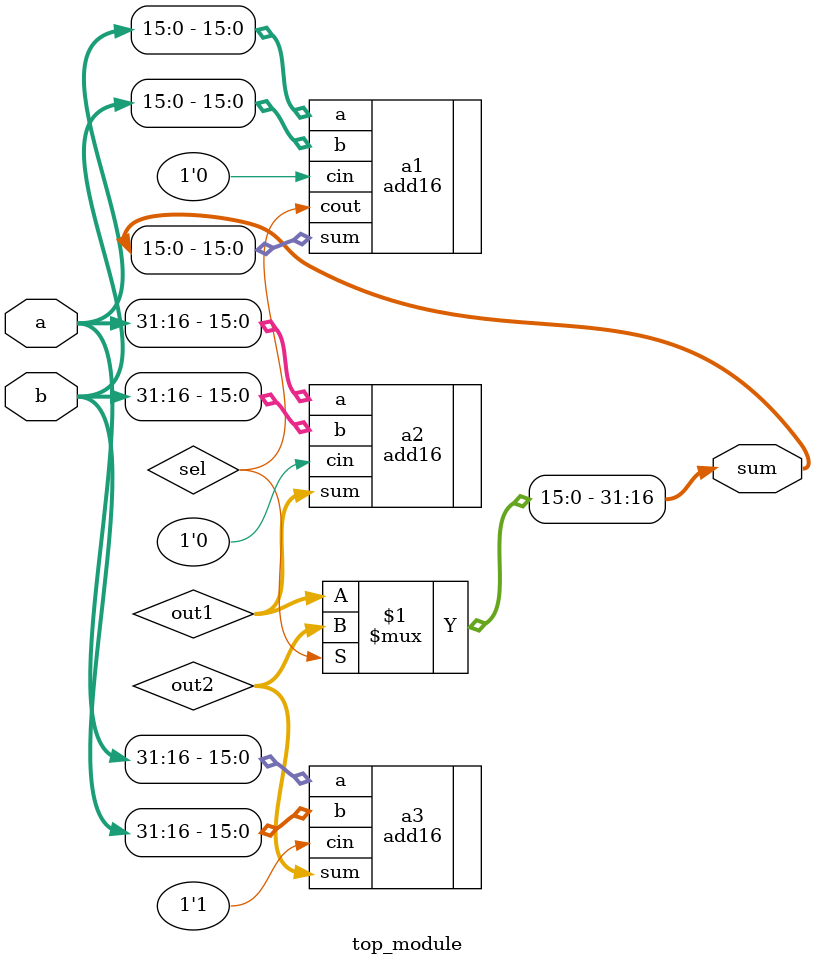
<source format=v>
module top_module(
    input [31:0] a,
    input [31:0] b,
    output [31:0] sum
);
    wire sel;
    
    wire [15:0] out1,out2;
    
    add16 a1(.a(a[15:0]),.b(b[15:0]), .cin(1'b0), .sum(sum[15:0]),.cout(sel));
    
    add16 a2(.a(a[31:16]), .b(b[31:16]), .cin(1'b0), .sum(out1[15:0]));
    add16 a3(.a(a[31:16]), .b(b[31:16]), .cin(1'b1), .sum(out2[15:0]));
    assign sum [31:16] = (sel)? out2:out1;
    
    


    

endmodule


</source>
